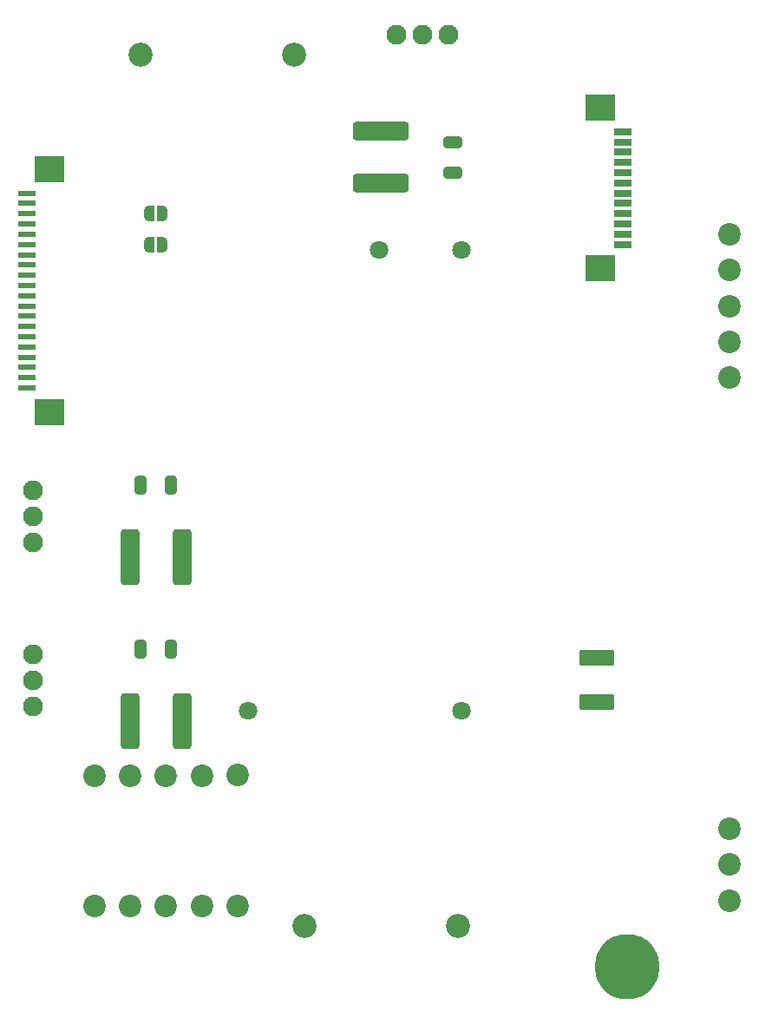
<source format=gbr>
%TF.GenerationSoftware,KiCad,Pcbnew,9.0.6*%
%TF.CreationDate,2025-11-22T20:55:52+03:00*%
%TF.ProjectId,PMPS-20W,504d5053-2d32-4305-972e-6b696361645f,rev?*%
%TF.SameCoordinates,Original*%
%TF.FileFunction,Soldermask,Top*%
%TF.FilePolarity,Negative*%
%FSLAX46Y46*%
G04 Gerber Fmt 4.6, Leading zero omitted, Abs format (unit mm)*
G04 Created by KiCad (PCBNEW 9.0.6) date 2025-11-22 20:55:52*
%MOMM*%
%LPD*%
G01*
G04 APERTURE LIST*
G04 Aperture macros list*
%AMRoundRect*
0 Rectangle with rounded corners*
0 $1 Rounding radius*
0 $2 $3 $4 $5 $6 $7 $8 $9 X,Y pos of 4 corners*
0 Add a 4 corners polygon primitive as box body*
4,1,4,$2,$3,$4,$5,$6,$7,$8,$9,$2,$3,0*
0 Add four circle primitives for the rounded corners*
1,1,$1+$1,$2,$3*
1,1,$1+$1,$4,$5*
1,1,$1+$1,$6,$7*
1,1,$1+$1,$8,$9*
0 Add four rect primitives between the rounded corners*
20,1,$1+$1,$2,$3,$4,$5,0*
20,1,$1+$1,$4,$5,$6,$7,0*
20,1,$1+$1,$6,$7,$8,$9,0*
20,1,$1+$1,$8,$9,$2,$3,0*%
%AMFreePoly0*
4,1,23,0.500000,-0.750000,0.000000,-0.750000,0.000000,-0.745722,-0.065263,-0.745722,-0.191342,-0.711940,-0.304381,-0.646677,-0.396677,-0.554381,-0.461940,-0.441342,-0.495722,-0.315263,-0.495722,-0.250000,-0.500000,-0.250000,-0.500000,0.250000,-0.495722,0.250000,-0.495722,0.315263,-0.461940,0.441342,-0.396677,0.554381,-0.304381,0.646677,-0.191342,0.711940,-0.065263,0.745722,0.000000,0.745722,
0.000000,0.750000,0.500000,0.750000,0.500000,-0.750000,0.500000,-0.750000,$1*%
%AMFreePoly1*
4,1,23,0.000000,0.745722,0.065263,0.745722,0.191342,0.711940,0.304381,0.646677,0.396677,0.554381,0.461940,0.441342,0.495722,0.315263,0.495722,0.250000,0.500000,0.250000,0.500000,-0.250000,0.495722,-0.250000,0.495722,-0.315263,0.461940,-0.441342,0.396677,-0.554381,0.304381,-0.646677,0.191342,-0.711940,0.065263,-0.745722,0.000000,-0.745722,0.000000,-0.750000,-0.500000,-0.750000,
-0.500000,0.750000,0.000000,0.750000,0.000000,0.745722,0.000000,0.745722,$1*%
G04 Aperture macros list end*
%ADD10RoundRect,0.250000X-0.650000X0.325000X-0.650000X-0.325000X0.650000X-0.325000X0.650000X0.325000X0*%
%ADD11C,1.950000*%
%ADD12FreePoly0,0.000000*%
%ADD13FreePoly1,0.000000*%
%ADD14RoundRect,0.250000X-2.450000X0.650000X-2.450000X-0.650000X2.450000X-0.650000X2.450000X0.650000X0*%
%ADD15C,1.803400*%
%ADD16C,2.200000*%
%ADD17RoundRect,0.250000X-0.650000X-2.450000X0.650000X-2.450000X0.650000X2.450000X-0.650000X2.450000X0*%
%ADD18RoundRect,0.250000X-0.325000X-0.650000X0.325000X-0.650000X0.325000X0.650000X-0.325000X0.650000X0*%
%ADD19RoundRect,0.250000X1.450000X-0.537500X1.450000X0.537500X-1.450000X0.537500X-1.450000X-0.537500X0*%
%ADD20C,2.350000*%
%ADD21R,1.803400X0.635000*%
%ADD22R,2.997200X2.590800*%
%ADD23R,1.800000X0.600000*%
%ADD24R,3.000000X2.600000*%
%ADD25O,6.350000X6.350000*%
G04 APERTURE END LIST*
D10*
%TO.C,C7*%
X5000000Y34475000D03*
X5000000Y31525000D03*
%TD*%
D11*
%TO.C,J3*%
X-36000000Y-20540000D03*
X-36000000Y-18000000D03*
X-36000000Y-15460000D03*
%TD*%
D12*
%TO.C,JP3*%
X-24650000Y24500000D03*
D13*
X-23350000Y24500000D03*
%TD*%
D14*
%TO.C,C5*%
X-2000000Y35550000D03*
X-2000000Y30450000D03*
%TD*%
D12*
%TO.C,JP1*%
X-24650000Y27500000D03*
D13*
X-23350000Y27500000D03*
%TD*%
D15*
%TO.C,U1*%
X5799999Y24000012D03*
X-2200000Y24000012D03*
X-15000000Y-21000000D03*
X5799999Y-21000000D03*
%TD*%
D16*
%TO.C,J12*%
X-30000000Y-40000000D03*
X-26500000Y-40000000D03*
X-23000000Y-40000000D03*
X-19500000Y-40000000D03*
X-16000000Y-40000000D03*
X-30000000Y-27300000D03*
X-26500000Y-27300000D03*
X-23000000Y-27300000D03*
X-19500000Y-27300000D03*
X-16000000Y-27250000D03*
%TD*%
%TO.C,J10*%
X32000000Y-39500000D03*
X32000000Y-36000000D03*
X32000000Y-32500000D03*
%TD*%
D17*
%TO.C,C3*%
X-26550000Y-22000000D03*
X-21450000Y-22000000D03*
%TD*%
D18*
%TO.C,C4*%
X-25475000Y1000000D03*
X-22525000Y1000000D03*
%TD*%
D19*
%TO.C,C1*%
X19000000Y-20137500D03*
X19000000Y-15862500D03*
%TD*%
D20*
%TO.C,U4*%
X5500000Y-42000000D03*
X-9500000Y-42000000D03*
%TD*%
D11*
%TO.C,J2*%
X-540000Y45000000D03*
X2000000Y45000000D03*
X4540000Y45000000D03*
%TD*%
D21*
%TO.C,J11*%
X21556000Y35499992D03*
X21556000Y34499994D03*
X21556000Y33499996D03*
X21556000Y32499998D03*
X21556000Y31500000D03*
X21556000Y30500000D03*
X21556000Y29500000D03*
X21556000Y28500000D03*
X21556000Y27500002D03*
X21556000Y26500004D03*
X21556000Y25500006D03*
X21556000Y24500008D03*
D22*
X19385999Y37850003D03*
X19385999Y22149997D03*
%TD*%
D23*
%TO.C,JM1*%
X-36546000Y10500000D03*
X-36546000Y11500000D03*
X-36546000Y12500000D03*
X-36546000Y13500000D03*
X-36546000Y14500000D03*
X-36546000Y15500000D03*
X-36546000Y16500000D03*
X-36546000Y17500000D03*
X-36546000Y18500000D03*
X-36546000Y19500000D03*
X-36546000Y20500000D03*
X-36546000Y21500000D03*
X-36546000Y22500000D03*
X-36546000Y23500000D03*
X-36546000Y24500000D03*
X-36546000Y25500000D03*
X-36546000Y26500000D03*
X-36546000Y27500000D03*
X-36546000Y28500000D03*
X-36546000Y29500000D03*
D24*
X-34375000Y8150000D03*
X-34375000Y31850000D03*
%TD*%
D18*
%TO.C,C6*%
X-25475000Y-15000000D03*
X-22525000Y-15000000D03*
%TD*%
D20*
%TO.C,U2*%
X-10500000Y43000000D03*
X-25500000Y43000000D03*
%TD*%
D25*
%TO.C,PE1*%
X22000000Y-46000000D03*
%TD*%
D17*
%TO.C,C2*%
X-26550000Y-6000000D03*
X-21450000Y-6000000D03*
%TD*%
D11*
%TO.C,J4*%
X-36000000Y-4540000D03*
X-36000000Y-2000000D03*
X-36000000Y540000D03*
%TD*%
D16*
%TO.C,J6*%
X32000000Y11500000D03*
X32000000Y15000000D03*
X32000000Y18500000D03*
X32000000Y22000000D03*
X32000000Y25500000D03*
%TD*%
M02*

</source>
